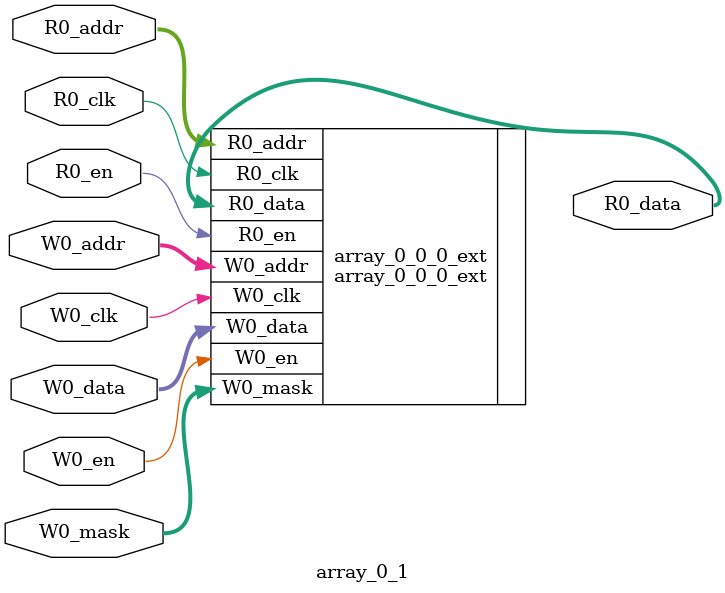
<source format=sv>
`ifndef RANDOMIZE
  `ifdef RANDOMIZE_REG_INIT
    `define RANDOMIZE
  `endif // RANDOMIZE_REG_INIT
`endif // not def RANDOMIZE
`ifndef RANDOMIZE
  `ifdef RANDOMIZE_MEM_INIT
    `define RANDOMIZE
  `endif // RANDOMIZE_MEM_INIT
`endif // not def RANDOMIZE

`ifndef RANDOM
  `define RANDOM $random
`endif // not def RANDOM

// Users can define 'PRINTF_COND' to add an extra gate to prints.
`ifndef PRINTF_COND_
  `ifdef PRINTF_COND
    `define PRINTF_COND_ (`PRINTF_COND)
  `else  // PRINTF_COND
    `define PRINTF_COND_ 1
  `endif // PRINTF_COND
`endif // not def PRINTF_COND_

// Users can define 'ASSERT_VERBOSE_COND' to add an extra gate to assert error printing.
`ifndef ASSERT_VERBOSE_COND_
  `ifdef ASSERT_VERBOSE_COND
    `define ASSERT_VERBOSE_COND_ (`ASSERT_VERBOSE_COND)
  `else  // ASSERT_VERBOSE_COND
    `define ASSERT_VERBOSE_COND_ 1
  `endif // ASSERT_VERBOSE_COND
`endif // not def ASSERT_VERBOSE_COND_

// Users can define 'STOP_COND' to add an extra gate to stop conditions.
`ifndef STOP_COND_
  `ifdef STOP_COND
    `define STOP_COND_ (`STOP_COND)
  `else  // STOP_COND
    `define STOP_COND_ 1
  `endif // STOP_COND
`endif // not def STOP_COND_

// Users can define INIT_RANDOM as general code that gets injected into the
// initializer block for modules with registers.
`ifndef INIT_RANDOM
  `define INIT_RANDOM
`endif // not def INIT_RANDOM

// If using random initialization, you can also define RANDOMIZE_DELAY to
// customize the delay used, otherwise 0.002 is used.
`ifndef RANDOMIZE_DELAY
  `define RANDOMIZE_DELAY 0.002
`endif // not def RANDOMIZE_DELAY

// Define INIT_RANDOM_PROLOG_ for use in our modules below.
`ifndef INIT_RANDOM_PROLOG_
  `ifdef RANDOMIZE
    `ifdef VERILATOR
      `define INIT_RANDOM_PROLOG_ `INIT_RANDOM
    `else  // VERILATOR
      `define INIT_RANDOM_PROLOG_ `INIT_RANDOM #`RANDOMIZE_DELAY begin end
    `endif // VERILATOR
  `else  // RANDOMIZE
    `define INIT_RANDOM_PROLOG_
  `endif // RANDOMIZE
`endif // not def INIT_RANDOM_PROLOG_

module array_0_1(	// @[DescribedSRAM.scala:17:26]
  input  [6:0]   R0_addr,
  input          R0_en,
                 R0_clk,
  input  [6:0]   W0_addr,
  input          W0_en,
                 W0_clk,
  input  [127:0] W0_data,
  input  [1:0]   W0_mask,
  output [127:0] R0_data
);

  array_0_0_0_ext array_0_0_0_ext (	// @[DescribedSRAM.scala:17:26]
    .R0_addr (R0_addr),
    .R0_en   (R0_en),
    .R0_clk  (R0_clk),
    .W0_addr (W0_addr),
    .W0_en   (W0_en),
    .W0_clk  (W0_clk),
    .W0_data (W0_data),
    .W0_mask (W0_mask),
    .R0_data (R0_data)
  );
endmodule


</source>
